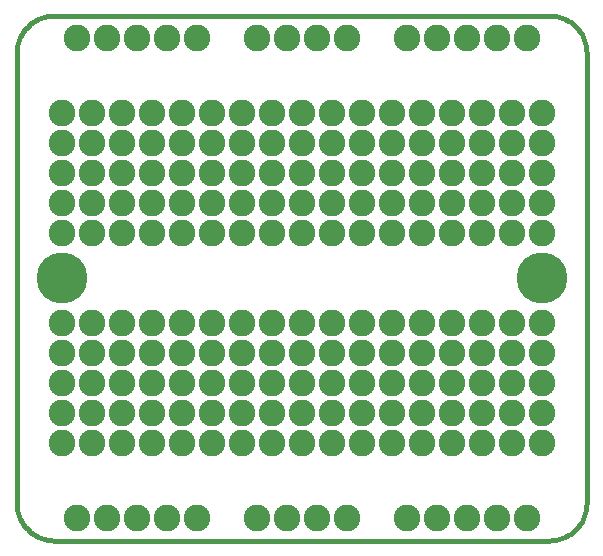
<source format=gbs>
G04 (created by PCBNEW-RS274X (2012-01-19 BZR 3256)-stable) date 4/28/2012 8:21:40 PM*
G01*
G70*
G90*
%MOIN*%
G04 Gerber Fmt 3.4, Leading zero omitted, Abs format*
%FSLAX34Y34*%
G04 APERTURE LIST*
%ADD10C,0.006000*%
%ADD11C,0.015000*%
%ADD12C,0.088900*%
%ADD13C,0.169600*%
G04 APERTURE END LIST*
G54D10*
G54D11*
X53750Y-46750D02*
X70250Y-46750D01*
X52500Y-30500D02*
X52500Y-45500D01*
X70250Y-29250D02*
X53750Y-29250D01*
X71500Y-45500D02*
X71500Y-30500D01*
X70250Y-46750D02*
X70358Y-46745D01*
X70467Y-46731D01*
X70573Y-46707D01*
X70677Y-46674D01*
X70778Y-46632D01*
X70875Y-46582D01*
X70966Y-46523D01*
X71053Y-46457D01*
X71133Y-46383D01*
X71207Y-46303D01*
X71273Y-46216D01*
X71332Y-46124D01*
X71382Y-46028D01*
X71424Y-45927D01*
X71457Y-45823D01*
X71481Y-45717D01*
X71495Y-45608D01*
X71500Y-45500D01*
X52500Y-45500D02*
X52505Y-45608D01*
X52519Y-45717D01*
X52543Y-45823D01*
X52576Y-45927D01*
X52618Y-46028D01*
X52668Y-46124D01*
X52727Y-46216D01*
X52793Y-46303D01*
X52867Y-46383D01*
X52947Y-46457D01*
X53034Y-46523D01*
X53126Y-46582D01*
X53222Y-46632D01*
X53323Y-46674D01*
X53427Y-46707D01*
X53533Y-46731D01*
X53642Y-46745D01*
X53750Y-46750D01*
X53750Y-29250D02*
X53642Y-29255D01*
X53533Y-29269D01*
X53427Y-29293D01*
X53323Y-29326D01*
X53222Y-29368D01*
X53126Y-29418D01*
X53034Y-29477D01*
X52947Y-29543D01*
X52867Y-29617D01*
X52793Y-29697D01*
X52727Y-29784D01*
X52668Y-29876D01*
X52618Y-29972D01*
X52576Y-30073D01*
X52543Y-30177D01*
X52519Y-30283D01*
X52505Y-30392D01*
X52500Y-30500D01*
X71500Y-30500D02*
X71495Y-30392D01*
X71481Y-30283D01*
X71457Y-30177D01*
X71424Y-30073D01*
X71382Y-29972D01*
X71332Y-29876D01*
X71273Y-29784D01*
X71207Y-29697D01*
X71133Y-29617D01*
X71053Y-29543D01*
X70966Y-29477D01*
X70875Y-29418D01*
X70778Y-29368D01*
X70677Y-29326D01*
X70573Y-29293D01*
X70467Y-29269D01*
X70358Y-29255D01*
X70250Y-29250D01*
G54D12*
X54000Y-36500D03*
X55000Y-36500D03*
X56000Y-36500D03*
X57000Y-36500D03*
X58000Y-36500D03*
X59000Y-36500D03*
X60000Y-36500D03*
X61000Y-36500D03*
X62000Y-36500D03*
X63000Y-36500D03*
X64000Y-36500D03*
X65000Y-36500D03*
X66000Y-36500D03*
X67000Y-36500D03*
X68000Y-36500D03*
X69000Y-36500D03*
X70000Y-36500D03*
X54000Y-35500D03*
X55000Y-35500D03*
X56000Y-35500D03*
X57000Y-35500D03*
X58000Y-35500D03*
X59000Y-35500D03*
X60000Y-35500D03*
X61000Y-35500D03*
X62000Y-35500D03*
X63000Y-35500D03*
X64000Y-35500D03*
X65000Y-35500D03*
X66000Y-35500D03*
X67000Y-35500D03*
X68000Y-35500D03*
X69000Y-35500D03*
X70000Y-35500D03*
X54000Y-34500D03*
X55000Y-34500D03*
X56000Y-34500D03*
X57000Y-34500D03*
X58000Y-34500D03*
X59000Y-34500D03*
X60000Y-34500D03*
X61000Y-34500D03*
X62000Y-34500D03*
X63000Y-34500D03*
X64000Y-34500D03*
X65000Y-34500D03*
X66000Y-34500D03*
X67000Y-34500D03*
X68000Y-34500D03*
X69000Y-34500D03*
X70000Y-34500D03*
X54000Y-33500D03*
X55000Y-33500D03*
X56000Y-33500D03*
X57000Y-33500D03*
X58000Y-33500D03*
X59000Y-33500D03*
X60000Y-33500D03*
X61000Y-33500D03*
X62000Y-33500D03*
X63000Y-33500D03*
X64000Y-33500D03*
X65000Y-33500D03*
X66000Y-33500D03*
X67000Y-33500D03*
X68000Y-33500D03*
X69000Y-33500D03*
X70000Y-33500D03*
X54000Y-32500D03*
X55000Y-32500D03*
X56000Y-32500D03*
X57000Y-32500D03*
X58000Y-32500D03*
X59000Y-32500D03*
X60000Y-32500D03*
X61000Y-32500D03*
X62000Y-32500D03*
X63000Y-32500D03*
X64000Y-32500D03*
X65000Y-32500D03*
X66000Y-32500D03*
X67000Y-32500D03*
X68000Y-32500D03*
X69000Y-32500D03*
X70000Y-32500D03*
X54000Y-39500D03*
X55000Y-39500D03*
X56000Y-39500D03*
X57000Y-39500D03*
X58000Y-39500D03*
X59000Y-39500D03*
X60000Y-39500D03*
X61000Y-39500D03*
X62000Y-39500D03*
X63000Y-39500D03*
X64000Y-39500D03*
X65000Y-39500D03*
X66000Y-39500D03*
X67000Y-39500D03*
X68000Y-39500D03*
X69000Y-39500D03*
X70000Y-39500D03*
X54000Y-40500D03*
X55000Y-40500D03*
X56000Y-40500D03*
X57000Y-40500D03*
X58000Y-40500D03*
X59000Y-40500D03*
X60000Y-40500D03*
X61000Y-40500D03*
X62000Y-40500D03*
X63000Y-40500D03*
X64000Y-40500D03*
X65000Y-40500D03*
X66000Y-40500D03*
X67000Y-40500D03*
X68000Y-40500D03*
X69000Y-40500D03*
X70000Y-40500D03*
X54000Y-41500D03*
X55000Y-41500D03*
X56000Y-41500D03*
X57000Y-41500D03*
X58000Y-41500D03*
X59000Y-41500D03*
X60000Y-41500D03*
X61000Y-41500D03*
X62000Y-41500D03*
X63000Y-41500D03*
X64000Y-41500D03*
X65000Y-41500D03*
X66000Y-41500D03*
X67000Y-41500D03*
X68000Y-41500D03*
X69000Y-41500D03*
X70000Y-41500D03*
X54000Y-42500D03*
X55000Y-42500D03*
X56000Y-42500D03*
X57000Y-42500D03*
X58000Y-42500D03*
X59000Y-42500D03*
X60000Y-42500D03*
X61000Y-42500D03*
X62000Y-42500D03*
X63000Y-42500D03*
X64000Y-42500D03*
X65000Y-42500D03*
X66000Y-42500D03*
X67000Y-42500D03*
X68000Y-42500D03*
X69000Y-42500D03*
X70000Y-42500D03*
X54000Y-43500D03*
X55000Y-43500D03*
X56000Y-43500D03*
X57000Y-43500D03*
X58000Y-43500D03*
X59000Y-43500D03*
X60000Y-43500D03*
X61000Y-43500D03*
X62000Y-43500D03*
X63000Y-43500D03*
X64000Y-43500D03*
X65000Y-43500D03*
X66000Y-43500D03*
X67000Y-43500D03*
X68000Y-43500D03*
X69000Y-43500D03*
X70000Y-43500D03*
X54500Y-30000D03*
X55500Y-30000D03*
X56500Y-30000D03*
X57500Y-30000D03*
X58500Y-30000D03*
X60500Y-30000D03*
X61500Y-30000D03*
X62500Y-30000D03*
X63500Y-30000D03*
X65500Y-30000D03*
X66500Y-30000D03*
X67500Y-30000D03*
X68500Y-30000D03*
X69500Y-30000D03*
X54500Y-46000D03*
X55500Y-46000D03*
X56500Y-46000D03*
X57500Y-46000D03*
X58500Y-46000D03*
X60500Y-46000D03*
X61500Y-46000D03*
X62500Y-46000D03*
X63500Y-46000D03*
X65500Y-46000D03*
X66500Y-46000D03*
X67500Y-46000D03*
X68500Y-46000D03*
X69500Y-46000D03*
G54D13*
X54000Y-38000D03*
X70000Y-38000D03*
M02*

</source>
